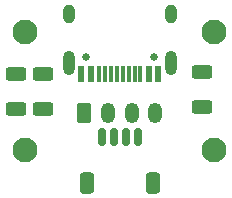
<source format=gbr>
%TF.GenerationSoftware,KiCad,Pcbnew,(6.0.5-0)*%
%TF.CreationDate,2022-07-11T22:44:33-07:00*%
%TF.ProjectId,usb_type_c,7573625f-7479-4706-955f-632e6b696361,rev?*%
%TF.SameCoordinates,Original*%
%TF.FileFunction,Soldermask,Top*%
%TF.FilePolarity,Negative*%
%FSLAX46Y46*%
G04 Gerber Fmt 4.6, Leading zero omitted, Abs format (unit mm)*
G04 Created by KiCad (PCBNEW (6.0.5-0)) date 2022-07-11 22:44:33*
%MOMM*%
%LPD*%
G01*
G04 APERTURE LIST*
G04 Aperture macros list*
%AMRoundRect*
0 Rectangle with rounded corners*
0 $1 Rounding radius*
0 $2 $3 $4 $5 $6 $7 $8 $9 X,Y pos of 4 corners*
0 Add a 4 corners polygon primitive as box body*
4,1,4,$2,$3,$4,$5,$6,$7,$8,$9,$2,$3,0*
0 Add four circle primitives for the rounded corners*
1,1,$1+$1,$2,$3*
1,1,$1+$1,$4,$5*
1,1,$1+$1,$6,$7*
1,1,$1+$1,$8,$9*
0 Add four rect primitives between the rounded corners*
20,1,$1+$1,$2,$3,$4,$5,0*
20,1,$1+$1,$4,$5,$6,$7,0*
20,1,$1+$1,$6,$7,$8,$9,0*
20,1,$1+$1,$8,$9,$2,$3,0*%
G04 Aperture macros list end*
%ADD10RoundRect,0.150000X-0.150000X-0.625000X0.150000X-0.625000X0.150000X0.625000X-0.150000X0.625000X0*%
%ADD11RoundRect,0.250000X-0.350000X-0.650000X0.350000X-0.650000X0.350000X0.650000X-0.350000X0.650000X0*%
%ADD12C,2.100000*%
%ADD13RoundRect,0.250000X-0.625000X0.312500X-0.625000X-0.312500X0.625000X-0.312500X0.625000X0.312500X0*%
%ADD14RoundRect,0.250000X-0.350000X-0.625000X0.350000X-0.625000X0.350000X0.625000X-0.350000X0.625000X0*%
%ADD15O,1.200000X1.750000*%
%ADD16C,0.650000*%
%ADD17R,0.600000X1.450000*%
%ADD18R,0.300000X1.450000*%
%ADD19O,1.000000X1.600000*%
%ADD20O,1.000000X2.100000*%
G04 APERTURE END LIST*
D10*
%TO.C,J1*%
X98500000Y-69352000D03*
X99500000Y-69352000D03*
X100500000Y-69352000D03*
X101500000Y-69352000D03*
D11*
X102800000Y-73227000D03*
X97200000Y-73227000D03*
X102800000Y-73227000D03*
X97200000Y-73227000D03*
%TD*%
D12*
%TO.C,H2*%
X92000000Y-70500000D03*
%TD*%
D13*
%TO.C,R1*%
X107000000Y-63887500D03*
X107000000Y-66812500D03*
%TD*%
%TO.C,R3*%
X91200000Y-64027500D03*
X91200000Y-66952500D03*
%TD*%
%TO.C,R2*%
X93500000Y-64037500D03*
X93500000Y-66962500D03*
%TD*%
D12*
%TO.C,H4*%
X108000000Y-70500000D03*
%TD*%
%TO.C,H3*%
X108000000Y-60500000D03*
%TD*%
%TO.C,H1*%
X92000000Y-60500000D03*
%TD*%
D14*
%TO.C,J4*%
X97000000Y-67355000D03*
D15*
X99000000Y-67355000D03*
X101000000Y-67355000D03*
X103000000Y-67355000D03*
%TD*%
D16*
%TO.C,J2*%
X102890000Y-62600000D03*
X97110000Y-62600000D03*
D17*
X103250000Y-64045000D03*
X102450000Y-64045000D03*
D18*
X101250000Y-64045000D03*
X100250000Y-64045000D03*
X99750000Y-64045000D03*
X98750000Y-64045000D03*
D17*
X97550000Y-64045000D03*
X96750000Y-64045000D03*
X96750000Y-64045000D03*
X97550000Y-64045000D03*
D18*
X98250000Y-64045000D03*
X99250000Y-64045000D03*
X100750000Y-64045000D03*
X101750000Y-64045000D03*
D17*
X102450000Y-64045000D03*
X103250000Y-64045000D03*
D19*
X95680000Y-58950000D03*
D20*
X104320000Y-63130000D03*
X95680000Y-63130000D03*
D19*
X104320000Y-58950000D03*
%TD*%
M02*

</source>
